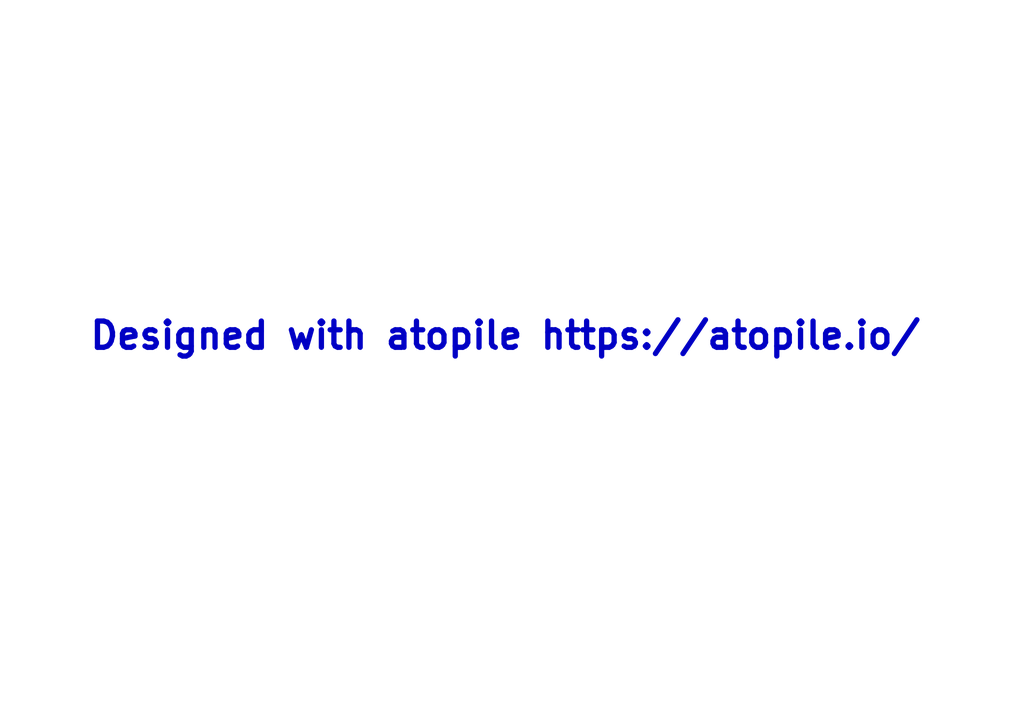
<source format=kicad_sch>
(kicad_sch
	(version 20231120)
	(generator "eeschema")
	(generator_version "8.0")
	(uuid "0dfc2b66-621e-402f-8547-1f17856a1a8f")
	(paper "A4")
	(lib_symbols)
	(text "Designed with atopile https://atopile.io/"
		(exclude_from_sim no)
		(at 146.558 97.536 0)
		(effects
			(font
				(size 7.62 7.62)
				(thickness 1.524)
				(bold yes)
			)
			(href "https://atopile.io/")
		)
		(uuid "c56e191e-1eac-4202-aca3-6debd04f634c")
	)
	(sheet_instances
		(path "/"
			(page "1")
		)
	)
)

</source>
